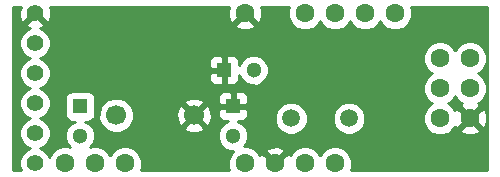
<source format=gbl>
G04 #@! TF.FileFunction,Copper,L2,Bot,Signal*
%FSLAX46Y46*%
G04 Gerber Fmt 4.6, Leading zero omitted, Abs format (unit mm)*
G04 Created by KiCad (PCBNEW 4.0.0-2.201511301921+6191~38~ubuntu15.10.1-stable) date Tue 01 Dec 2015 16:56:00 GMT*
%MOMM*%
G01*
G04 APERTURE LIST*
%ADD10C,0.100000*%
%ADD11C,1.400000*%
%ADD12C,1.501140*%
%ADD13C,1.600000*%
%ADD14C,1.700000*%
%ADD15R,1.300000X1.300000*%
%ADD16C,1.300000*%
%ADD17C,0.254000*%
G04 APERTURE END LIST*
D10*
D11*
X130810000Y-103632000D03*
X130810000Y-106172000D03*
X130810000Y-101092000D03*
X130810000Y-98552000D03*
X130810000Y-108712000D03*
X130810000Y-111252000D03*
D12*
X157380940Y-107442000D03*
X152499060Y-107442000D03*
D13*
X167640000Y-102362000D03*
X167640000Y-104902000D03*
X165100000Y-104902000D03*
X165100000Y-102362000D03*
X167640000Y-107442000D03*
X165100000Y-107442000D03*
D14*
X137668000Y-107188000D03*
X144272000Y-107188000D03*
D15*
X146812000Y-103378000D03*
D16*
X149312000Y-103378000D03*
D15*
X147574000Y-106426000D03*
D16*
X147574000Y-108926000D03*
D15*
X134620000Y-106426000D03*
D16*
X134620000Y-108926000D03*
D13*
X148590000Y-111252000D03*
X151130000Y-111252000D03*
X148590000Y-98552000D03*
X153670000Y-98552000D03*
X133350000Y-111252000D03*
X156210000Y-98552000D03*
X158750000Y-98552000D03*
X161290000Y-98552000D03*
X135890000Y-111252000D03*
X138430000Y-111252000D03*
X153670000Y-111252000D03*
X156210000Y-111252000D03*
D17*
G36*
X129462581Y-98359122D02*
X129491336Y-98889440D01*
X129638958Y-99245831D01*
X129874725Y-99307669D01*
X130630395Y-98552000D01*
X130616252Y-98537858D01*
X130795858Y-98358252D01*
X130810000Y-98372395D01*
X130824142Y-98358252D01*
X131003748Y-98537858D01*
X130989605Y-98552000D01*
X131745275Y-99307669D01*
X131981042Y-99245831D01*
X132157419Y-98744878D01*
X132128664Y-98214560D01*
X132036477Y-97992000D01*
X147266403Y-97992000D01*
X147143035Y-98335223D01*
X147170222Y-98905454D01*
X147336136Y-99306005D01*
X147582255Y-99380139D01*
X148410395Y-98552000D01*
X148396252Y-98537858D01*
X148575858Y-98358253D01*
X148590000Y-98372395D01*
X148604143Y-98358253D01*
X148783748Y-98537858D01*
X148769605Y-98552000D01*
X149597745Y-99380139D01*
X149843864Y-99306005D01*
X150036965Y-98768777D01*
X150009778Y-98198546D01*
X149924224Y-97992000D01*
X152348738Y-97992000D01*
X152235250Y-98265309D01*
X152234752Y-98836187D01*
X152452757Y-99363800D01*
X152856077Y-99767824D01*
X153383309Y-99986750D01*
X153954187Y-99987248D01*
X154481800Y-99769243D01*
X154885824Y-99365923D01*
X154939862Y-99235785D01*
X154992757Y-99363800D01*
X155396077Y-99767824D01*
X155923309Y-99986750D01*
X156494187Y-99987248D01*
X157021800Y-99769243D01*
X157425824Y-99365923D01*
X157479862Y-99235785D01*
X157532757Y-99363800D01*
X157936077Y-99767824D01*
X158463309Y-99986750D01*
X159034187Y-99987248D01*
X159561800Y-99769243D01*
X159965824Y-99365923D01*
X160019862Y-99235785D01*
X160072757Y-99363800D01*
X160476077Y-99767824D01*
X161003309Y-99986750D01*
X161574187Y-99987248D01*
X162101800Y-99769243D01*
X162505824Y-99365923D01*
X162724750Y-98838691D01*
X162725248Y-98267813D01*
X162611285Y-97992000D01*
X169089000Y-97992000D01*
X169089000Y-111812000D01*
X157531262Y-111812000D01*
X157644750Y-111538691D01*
X157645248Y-110967813D01*
X157427243Y-110440200D01*
X157023923Y-110036176D01*
X156496691Y-109817250D01*
X155925813Y-109816752D01*
X155398200Y-110034757D01*
X154994176Y-110438077D01*
X154940138Y-110568215D01*
X154887243Y-110440200D01*
X154483923Y-110036176D01*
X153956691Y-109817250D01*
X153385813Y-109816752D01*
X152858200Y-110034757D01*
X152454176Y-110438077D01*
X152406552Y-110552768D01*
X152383864Y-110497995D01*
X152137745Y-110423861D01*
X151309605Y-111252000D01*
X151323748Y-111266142D01*
X151144143Y-111445748D01*
X151130000Y-111431605D01*
X151115858Y-111445748D01*
X150936252Y-111266142D01*
X150950395Y-111252000D01*
X150122255Y-110423861D01*
X149876136Y-110497995D01*
X149855195Y-110556254D01*
X149807243Y-110440200D01*
X149611640Y-110244255D01*
X150301861Y-110244255D01*
X151130000Y-111072395D01*
X151958139Y-110244255D01*
X151884005Y-109998136D01*
X151346777Y-109805035D01*
X150776546Y-109832222D01*
X150375995Y-109998136D01*
X150301861Y-110244255D01*
X149611640Y-110244255D01*
X149403923Y-110036176D01*
X148876691Y-109817250D01*
X148500375Y-109816922D01*
X148662735Y-109654845D01*
X148858777Y-109182724D01*
X148859223Y-108671519D01*
X148664005Y-108199057D01*
X148302845Y-107837265D01*
X148011765Y-107716398D01*
X151113250Y-107716398D01*
X151323746Y-108225837D01*
X151713173Y-108615944D01*
X152222244Y-108827329D01*
X152773458Y-108827810D01*
X153282897Y-108617314D01*
X153673004Y-108227887D01*
X153884389Y-107718816D01*
X153884391Y-107716398D01*
X155995130Y-107716398D01*
X156205626Y-108225837D01*
X156595053Y-108615944D01*
X157104124Y-108827329D01*
X157655338Y-108827810D01*
X158164777Y-108617314D01*
X158554884Y-108227887D01*
X158766269Y-107718816D01*
X158766750Y-107167602D01*
X158556254Y-106658163D01*
X158166827Y-106268056D01*
X157657756Y-106056671D01*
X157106542Y-106056190D01*
X156597103Y-106266686D01*
X156206996Y-106656113D01*
X155995611Y-107165184D01*
X155995130Y-107716398D01*
X153884391Y-107716398D01*
X153884870Y-107167602D01*
X153674374Y-106658163D01*
X153284947Y-106268056D01*
X152775876Y-106056671D01*
X152224662Y-106056190D01*
X151715223Y-106266686D01*
X151325116Y-106656113D01*
X151113731Y-107165184D01*
X151113250Y-107716398D01*
X148011765Y-107716398D01*
X147998765Y-107711000D01*
X148350310Y-107711000D01*
X148583699Y-107614327D01*
X148762327Y-107435698D01*
X148859000Y-107202309D01*
X148859000Y-106711750D01*
X148700250Y-106553000D01*
X147701000Y-106553000D01*
X147701000Y-106573000D01*
X147447000Y-106573000D01*
X147447000Y-106553000D01*
X146447750Y-106553000D01*
X146289000Y-106711750D01*
X146289000Y-107202309D01*
X146385673Y-107435698D01*
X146564301Y-107614327D01*
X146797690Y-107711000D01*
X147149567Y-107711000D01*
X146847057Y-107835995D01*
X146485265Y-108197155D01*
X146289223Y-108669276D01*
X146288777Y-109180481D01*
X146483995Y-109652943D01*
X146845155Y-110014735D01*
X147317276Y-110210777D01*
X147601624Y-110211025D01*
X147374176Y-110438077D01*
X147155250Y-110965309D01*
X147154752Y-111536187D01*
X147268715Y-111812000D01*
X139751262Y-111812000D01*
X139864750Y-111538691D01*
X139865248Y-110967813D01*
X139647243Y-110440200D01*
X139243923Y-110036176D01*
X138716691Y-109817250D01*
X138145813Y-109816752D01*
X137618200Y-110034757D01*
X137214176Y-110438077D01*
X137160138Y-110568215D01*
X137107243Y-110440200D01*
X136703923Y-110036176D01*
X136176691Y-109817250D01*
X135605813Y-109816752D01*
X135504687Y-109858536D01*
X135708735Y-109654845D01*
X135904777Y-109182724D01*
X135905223Y-108671519D01*
X135710005Y-108199057D01*
X135348845Y-107837265D01*
X135074724Y-107723440D01*
X135270000Y-107723440D01*
X135505317Y-107679162D01*
X135721441Y-107540090D01*
X135761071Y-107482089D01*
X136182743Y-107482089D01*
X136408344Y-108028086D01*
X136825717Y-108446188D01*
X137371319Y-108672742D01*
X137962089Y-108673257D01*
X138508086Y-108447656D01*
X138724160Y-108231958D01*
X143407647Y-108231958D01*
X143487920Y-108483259D01*
X144043279Y-108684718D01*
X144633458Y-108658315D01*
X145056080Y-108483259D01*
X145136353Y-108231958D01*
X144272000Y-107367605D01*
X143407647Y-108231958D01*
X138724160Y-108231958D01*
X138926188Y-108030283D01*
X139152742Y-107484681D01*
X139153200Y-106959279D01*
X142775282Y-106959279D01*
X142801685Y-107549458D01*
X142976741Y-107972080D01*
X143228042Y-108052353D01*
X144092395Y-107188000D01*
X144451605Y-107188000D01*
X145315958Y-108052353D01*
X145567259Y-107972080D01*
X145768718Y-107416721D01*
X145742315Y-106826542D01*
X145567259Y-106403920D01*
X145315958Y-106323647D01*
X144451605Y-107188000D01*
X144092395Y-107188000D01*
X143228042Y-106323647D01*
X142976741Y-106403920D01*
X142775282Y-106959279D01*
X139153200Y-106959279D01*
X139153257Y-106893911D01*
X138927656Y-106347914D01*
X138724140Y-106144042D01*
X143407647Y-106144042D01*
X144272000Y-107008395D01*
X145136353Y-106144042D01*
X145056080Y-105892741D01*
X144500721Y-105691282D01*
X143910542Y-105717685D01*
X143487920Y-105892741D01*
X143407647Y-106144042D01*
X138724140Y-106144042D01*
X138510283Y-105929812D01*
X137964681Y-105703258D01*
X137373911Y-105702743D01*
X136827914Y-105928344D01*
X136409812Y-106345717D01*
X136183258Y-106891319D01*
X136182743Y-107482089D01*
X135761071Y-107482089D01*
X135866431Y-107327890D01*
X135917440Y-107076000D01*
X135917440Y-105776000D01*
X135893674Y-105649691D01*
X146289000Y-105649691D01*
X146289000Y-106140250D01*
X146447750Y-106299000D01*
X147447000Y-106299000D01*
X147447000Y-105299750D01*
X147701000Y-105299750D01*
X147701000Y-106299000D01*
X148700250Y-106299000D01*
X148859000Y-106140250D01*
X148859000Y-105649691D01*
X148762327Y-105416302D01*
X148583699Y-105237673D01*
X148350310Y-105141000D01*
X147859750Y-105141000D01*
X147701000Y-105299750D01*
X147447000Y-105299750D01*
X147288250Y-105141000D01*
X146797690Y-105141000D01*
X146564301Y-105237673D01*
X146385673Y-105416302D01*
X146289000Y-105649691D01*
X135893674Y-105649691D01*
X135873162Y-105540683D01*
X135734090Y-105324559D01*
X135521890Y-105179569D01*
X135270000Y-105128560D01*
X133970000Y-105128560D01*
X133734683Y-105172838D01*
X133518559Y-105311910D01*
X133373569Y-105524110D01*
X133322560Y-105776000D01*
X133322560Y-107076000D01*
X133366838Y-107311317D01*
X133505910Y-107527441D01*
X133718110Y-107672431D01*
X133970000Y-107723440D01*
X134165460Y-107723440D01*
X133893057Y-107835995D01*
X133531265Y-108197155D01*
X133335223Y-108669276D01*
X133334777Y-109180481D01*
X133529995Y-109652943D01*
X133734599Y-109857905D01*
X133636691Y-109817250D01*
X133065813Y-109816752D01*
X132538200Y-110034757D01*
X132134176Y-110438077D01*
X132025904Y-110698824D01*
X131942418Y-110496771D01*
X131567204Y-110120902D01*
X131232473Y-109981909D01*
X131565229Y-109844418D01*
X131941098Y-109469204D01*
X132144768Y-108978713D01*
X132145231Y-108447617D01*
X131942418Y-107956771D01*
X131567204Y-107580902D01*
X131232473Y-107441909D01*
X131565229Y-107304418D01*
X131941098Y-106929204D01*
X132144768Y-106438713D01*
X132145231Y-105907617D01*
X131942418Y-105416771D01*
X131567204Y-105040902D01*
X131232473Y-104901909D01*
X131565229Y-104764418D01*
X131941098Y-104389204D01*
X132144768Y-103898713D01*
X132144972Y-103663750D01*
X145527000Y-103663750D01*
X145527000Y-104154310D01*
X145623673Y-104387699D01*
X145802302Y-104566327D01*
X146035691Y-104663000D01*
X146526250Y-104663000D01*
X146685000Y-104504250D01*
X146685000Y-103505000D01*
X145685750Y-103505000D01*
X145527000Y-103663750D01*
X132144972Y-103663750D01*
X132145231Y-103367617D01*
X131942418Y-102876771D01*
X131667817Y-102601690D01*
X145527000Y-102601690D01*
X145527000Y-103092250D01*
X145685750Y-103251000D01*
X146685000Y-103251000D01*
X146685000Y-102251750D01*
X146939000Y-102251750D01*
X146939000Y-103251000D01*
X146959000Y-103251000D01*
X146959000Y-103505000D01*
X146939000Y-103505000D01*
X146939000Y-104504250D01*
X147097750Y-104663000D01*
X147588309Y-104663000D01*
X147821698Y-104566327D01*
X148000327Y-104387699D01*
X148097000Y-104154310D01*
X148097000Y-103802433D01*
X148221995Y-104104943D01*
X148583155Y-104466735D01*
X149055276Y-104662777D01*
X149566481Y-104663223D01*
X150038943Y-104468005D01*
X150400735Y-104106845D01*
X150596777Y-103634724D01*
X150597223Y-103123519D01*
X150402005Y-102651057D01*
X150397144Y-102646187D01*
X163664752Y-102646187D01*
X163882757Y-103173800D01*
X164286077Y-103577824D01*
X164416215Y-103631862D01*
X164288200Y-103684757D01*
X163884176Y-104088077D01*
X163665250Y-104615309D01*
X163664752Y-105186187D01*
X163882757Y-105713800D01*
X164286077Y-106117824D01*
X164416215Y-106171862D01*
X164288200Y-106224757D01*
X163884176Y-106628077D01*
X163665250Y-107155309D01*
X163664752Y-107726187D01*
X163882757Y-108253800D01*
X164286077Y-108657824D01*
X164813309Y-108876750D01*
X165384187Y-108877248D01*
X165911800Y-108659243D01*
X166121663Y-108449745D01*
X166811861Y-108449745D01*
X166885995Y-108695864D01*
X167423223Y-108888965D01*
X167993454Y-108861778D01*
X168394005Y-108695864D01*
X168468139Y-108449745D01*
X167640000Y-107621605D01*
X166811861Y-108449745D01*
X166121663Y-108449745D01*
X166315824Y-108255923D01*
X166363448Y-108141232D01*
X166386136Y-108196005D01*
X166632255Y-108270139D01*
X167460395Y-107442000D01*
X167819605Y-107442000D01*
X168647745Y-108270139D01*
X168893864Y-108196005D01*
X169086965Y-107658777D01*
X169059778Y-107088546D01*
X168893864Y-106687995D01*
X168647745Y-106613861D01*
X167819605Y-107442000D01*
X167460395Y-107442000D01*
X166632255Y-106613861D01*
X166386136Y-106687995D01*
X166365195Y-106746254D01*
X166317243Y-106630200D01*
X165913923Y-106226176D01*
X165783785Y-106172138D01*
X165911800Y-106119243D01*
X166315824Y-105715923D01*
X166369862Y-105585785D01*
X166422757Y-105713800D01*
X166826077Y-106117824D01*
X166940768Y-106165448D01*
X166885995Y-106188136D01*
X166811861Y-106434255D01*
X167640000Y-107262395D01*
X168468139Y-106434255D01*
X168394005Y-106188136D01*
X168335746Y-106167195D01*
X168451800Y-106119243D01*
X168855824Y-105715923D01*
X169074750Y-105188691D01*
X169075248Y-104617813D01*
X168857243Y-104090200D01*
X168453923Y-103686176D01*
X168323785Y-103632138D01*
X168451800Y-103579243D01*
X168855824Y-103175923D01*
X169074750Y-102648691D01*
X169075248Y-102077813D01*
X168857243Y-101550200D01*
X168453923Y-101146176D01*
X167926691Y-100927250D01*
X167355813Y-100926752D01*
X166828200Y-101144757D01*
X166424176Y-101548077D01*
X166370138Y-101678215D01*
X166317243Y-101550200D01*
X165913923Y-101146176D01*
X165386691Y-100927250D01*
X164815813Y-100926752D01*
X164288200Y-101144757D01*
X163884176Y-101548077D01*
X163665250Y-102075309D01*
X163664752Y-102646187D01*
X150397144Y-102646187D01*
X150040845Y-102289265D01*
X149568724Y-102093223D01*
X149057519Y-102092777D01*
X148585057Y-102287995D01*
X148223265Y-102649155D01*
X148097000Y-102953235D01*
X148097000Y-102601690D01*
X148000327Y-102368301D01*
X147821698Y-102189673D01*
X147588309Y-102093000D01*
X147097750Y-102093000D01*
X146939000Y-102251750D01*
X146685000Y-102251750D01*
X146526250Y-102093000D01*
X146035691Y-102093000D01*
X145802302Y-102189673D01*
X145623673Y-102368301D01*
X145527000Y-102601690D01*
X131667817Y-102601690D01*
X131567204Y-102500902D01*
X131232473Y-102361909D01*
X131565229Y-102224418D01*
X131941098Y-101849204D01*
X132144768Y-101358713D01*
X132145231Y-100827617D01*
X131942418Y-100336771D01*
X131567204Y-99960902D01*
X131248788Y-99828684D01*
X131503831Y-99723042D01*
X131546661Y-99559745D01*
X147761861Y-99559745D01*
X147835995Y-99805864D01*
X148373223Y-99998965D01*
X148943454Y-99971778D01*
X149344005Y-99805864D01*
X149418139Y-99559745D01*
X148590000Y-98731605D01*
X147761861Y-99559745D01*
X131546661Y-99559745D01*
X131565669Y-99487275D01*
X130810000Y-98731605D01*
X130054331Y-99487275D01*
X130116169Y-99723042D01*
X130392111Y-99820196D01*
X130054771Y-99959582D01*
X129678902Y-100334796D01*
X129475232Y-100825287D01*
X129474769Y-101356383D01*
X129677582Y-101847229D01*
X130052796Y-102223098D01*
X130387527Y-102362091D01*
X130054771Y-102499582D01*
X129678902Y-102874796D01*
X129475232Y-103365287D01*
X129474769Y-103896383D01*
X129677582Y-104387229D01*
X130052796Y-104763098D01*
X130387527Y-104902091D01*
X130054771Y-105039582D01*
X129678902Y-105414796D01*
X129475232Y-105905287D01*
X129474769Y-106436383D01*
X129677582Y-106927229D01*
X130052796Y-107303098D01*
X130387527Y-107442091D01*
X130054771Y-107579582D01*
X129678902Y-107954796D01*
X129475232Y-108445287D01*
X129474769Y-108976383D01*
X129677582Y-109467229D01*
X130052796Y-109843098D01*
X130387527Y-109982091D01*
X130054771Y-110119582D01*
X129678902Y-110494796D01*
X129475232Y-110985287D01*
X129474769Y-111516383D01*
X129596915Y-111812000D01*
X128980000Y-111812000D01*
X128980000Y-97992000D01*
X129591838Y-97992000D01*
X129462581Y-98359122D01*
X129462581Y-98359122D01*
G37*
X129462581Y-98359122D02*
X129491336Y-98889440D01*
X129638958Y-99245831D01*
X129874725Y-99307669D01*
X130630395Y-98552000D01*
X130616252Y-98537858D01*
X130795858Y-98358252D01*
X130810000Y-98372395D01*
X130824142Y-98358252D01*
X131003748Y-98537858D01*
X130989605Y-98552000D01*
X131745275Y-99307669D01*
X131981042Y-99245831D01*
X132157419Y-98744878D01*
X132128664Y-98214560D01*
X132036477Y-97992000D01*
X147266403Y-97992000D01*
X147143035Y-98335223D01*
X147170222Y-98905454D01*
X147336136Y-99306005D01*
X147582255Y-99380139D01*
X148410395Y-98552000D01*
X148396252Y-98537858D01*
X148575858Y-98358253D01*
X148590000Y-98372395D01*
X148604143Y-98358253D01*
X148783748Y-98537858D01*
X148769605Y-98552000D01*
X149597745Y-99380139D01*
X149843864Y-99306005D01*
X150036965Y-98768777D01*
X150009778Y-98198546D01*
X149924224Y-97992000D01*
X152348738Y-97992000D01*
X152235250Y-98265309D01*
X152234752Y-98836187D01*
X152452757Y-99363800D01*
X152856077Y-99767824D01*
X153383309Y-99986750D01*
X153954187Y-99987248D01*
X154481800Y-99769243D01*
X154885824Y-99365923D01*
X154939862Y-99235785D01*
X154992757Y-99363800D01*
X155396077Y-99767824D01*
X155923309Y-99986750D01*
X156494187Y-99987248D01*
X157021800Y-99769243D01*
X157425824Y-99365923D01*
X157479862Y-99235785D01*
X157532757Y-99363800D01*
X157936077Y-99767824D01*
X158463309Y-99986750D01*
X159034187Y-99987248D01*
X159561800Y-99769243D01*
X159965824Y-99365923D01*
X160019862Y-99235785D01*
X160072757Y-99363800D01*
X160476077Y-99767824D01*
X161003309Y-99986750D01*
X161574187Y-99987248D01*
X162101800Y-99769243D01*
X162505824Y-99365923D01*
X162724750Y-98838691D01*
X162725248Y-98267813D01*
X162611285Y-97992000D01*
X169089000Y-97992000D01*
X169089000Y-111812000D01*
X157531262Y-111812000D01*
X157644750Y-111538691D01*
X157645248Y-110967813D01*
X157427243Y-110440200D01*
X157023923Y-110036176D01*
X156496691Y-109817250D01*
X155925813Y-109816752D01*
X155398200Y-110034757D01*
X154994176Y-110438077D01*
X154940138Y-110568215D01*
X154887243Y-110440200D01*
X154483923Y-110036176D01*
X153956691Y-109817250D01*
X153385813Y-109816752D01*
X152858200Y-110034757D01*
X152454176Y-110438077D01*
X152406552Y-110552768D01*
X152383864Y-110497995D01*
X152137745Y-110423861D01*
X151309605Y-111252000D01*
X151323748Y-111266142D01*
X151144143Y-111445748D01*
X151130000Y-111431605D01*
X151115858Y-111445748D01*
X150936252Y-111266142D01*
X150950395Y-111252000D01*
X150122255Y-110423861D01*
X149876136Y-110497995D01*
X149855195Y-110556254D01*
X149807243Y-110440200D01*
X149611640Y-110244255D01*
X150301861Y-110244255D01*
X151130000Y-111072395D01*
X151958139Y-110244255D01*
X151884005Y-109998136D01*
X151346777Y-109805035D01*
X150776546Y-109832222D01*
X150375995Y-109998136D01*
X150301861Y-110244255D01*
X149611640Y-110244255D01*
X149403923Y-110036176D01*
X148876691Y-109817250D01*
X148500375Y-109816922D01*
X148662735Y-109654845D01*
X148858777Y-109182724D01*
X148859223Y-108671519D01*
X148664005Y-108199057D01*
X148302845Y-107837265D01*
X148011765Y-107716398D01*
X151113250Y-107716398D01*
X151323746Y-108225837D01*
X151713173Y-108615944D01*
X152222244Y-108827329D01*
X152773458Y-108827810D01*
X153282897Y-108617314D01*
X153673004Y-108227887D01*
X153884389Y-107718816D01*
X153884391Y-107716398D01*
X155995130Y-107716398D01*
X156205626Y-108225837D01*
X156595053Y-108615944D01*
X157104124Y-108827329D01*
X157655338Y-108827810D01*
X158164777Y-108617314D01*
X158554884Y-108227887D01*
X158766269Y-107718816D01*
X158766750Y-107167602D01*
X158556254Y-106658163D01*
X158166827Y-106268056D01*
X157657756Y-106056671D01*
X157106542Y-106056190D01*
X156597103Y-106266686D01*
X156206996Y-106656113D01*
X155995611Y-107165184D01*
X155995130Y-107716398D01*
X153884391Y-107716398D01*
X153884870Y-107167602D01*
X153674374Y-106658163D01*
X153284947Y-106268056D01*
X152775876Y-106056671D01*
X152224662Y-106056190D01*
X151715223Y-106266686D01*
X151325116Y-106656113D01*
X151113731Y-107165184D01*
X151113250Y-107716398D01*
X148011765Y-107716398D01*
X147998765Y-107711000D01*
X148350310Y-107711000D01*
X148583699Y-107614327D01*
X148762327Y-107435698D01*
X148859000Y-107202309D01*
X148859000Y-106711750D01*
X148700250Y-106553000D01*
X147701000Y-106553000D01*
X147701000Y-106573000D01*
X147447000Y-106573000D01*
X147447000Y-106553000D01*
X146447750Y-106553000D01*
X146289000Y-106711750D01*
X146289000Y-107202309D01*
X146385673Y-107435698D01*
X146564301Y-107614327D01*
X146797690Y-107711000D01*
X147149567Y-107711000D01*
X146847057Y-107835995D01*
X146485265Y-108197155D01*
X146289223Y-108669276D01*
X146288777Y-109180481D01*
X146483995Y-109652943D01*
X146845155Y-110014735D01*
X147317276Y-110210777D01*
X147601624Y-110211025D01*
X147374176Y-110438077D01*
X147155250Y-110965309D01*
X147154752Y-111536187D01*
X147268715Y-111812000D01*
X139751262Y-111812000D01*
X139864750Y-111538691D01*
X139865248Y-110967813D01*
X139647243Y-110440200D01*
X139243923Y-110036176D01*
X138716691Y-109817250D01*
X138145813Y-109816752D01*
X137618200Y-110034757D01*
X137214176Y-110438077D01*
X137160138Y-110568215D01*
X137107243Y-110440200D01*
X136703923Y-110036176D01*
X136176691Y-109817250D01*
X135605813Y-109816752D01*
X135504687Y-109858536D01*
X135708735Y-109654845D01*
X135904777Y-109182724D01*
X135905223Y-108671519D01*
X135710005Y-108199057D01*
X135348845Y-107837265D01*
X135074724Y-107723440D01*
X135270000Y-107723440D01*
X135505317Y-107679162D01*
X135721441Y-107540090D01*
X135761071Y-107482089D01*
X136182743Y-107482089D01*
X136408344Y-108028086D01*
X136825717Y-108446188D01*
X137371319Y-108672742D01*
X137962089Y-108673257D01*
X138508086Y-108447656D01*
X138724160Y-108231958D01*
X143407647Y-108231958D01*
X143487920Y-108483259D01*
X144043279Y-108684718D01*
X144633458Y-108658315D01*
X145056080Y-108483259D01*
X145136353Y-108231958D01*
X144272000Y-107367605D01*
X143407647Y-108231958D01*
X138724160Y-108231958D01*
X138926188Y-108030283D01*
X139152742Y-107484681D01*
X139153200Y-106959279D01*
X142775282Y-106959279D01*
X142801685Y-107549458D01*
X142976741Y-107972080D01*
X143228042Y-108052353D01*
X144092395Y-107188000D01*
X144451605Y-107188000D01*
X145315958Y-108052353D01*
X145567259Y-107972080D01*
X145768718Y-107416721D01*
X145742315Y-106826542D01*
X145567259Y-106403920D01*
X145315958Y-106323647D01*
X144451605Y-107188000D01*
X144092395Y-107188000D01*
X143228042Y-106323647D01*
X142976741Y-106403920D01*
X142775282Y-106959279D01*
X139153200Y-106959279D01*
X139153257Y-106893911D01*
X138927656Y-106347914D01*
X138724140Y-106144042D01*
X143407647Y-106144042D01*
X144272000Y-107008395D01*
X145136353Y-106144042D01*
X145056080Y-105892741D01*
X144500721Y-105691282D01*
X143910542Y-105717685D01*
X143487920Y-105892741D01*
X143407647Y-106144042D01*
X138724140Y-106144042D01*
X138510283Y-105929812D01*
X137964681Y-105703258D01*
X137373911Y-105702743D01*
X136827914Y-105928344D01*
X136409812Y-106345717D01*
X136183258Y-106891319D01*
X136182743Y-107482089D01*
X135761071Y-107482089D01*
X135866431Y-107327890D01*
X135917440Y-107076000D01*
X135917440Y-105776000D01*
X135893674Y-105649691D01*
X146289000Y-105649691D01*
X146289000Y-106140250D01*
X146447750Y-106299000D01*
X147447000Y-106299000D01*
X147447000Y-105299750D01*
X147701000Y-105299750D01*
X147701000Y-106299000D01*
X148700250Y-106299000D01*
X148859000Y-106140250D01*
X148859000Y-105649691D01*
X148762327Y-105416302D01*
X148583699Y-105237673D01*
X148350310Y-105141000D01*
X147859750Y-105141000D01*
X147701000Y-105299750D01*
X147447000Y-105299750D01*
X147288250Y-105141000D01*
X146797690Y-105141000D01*
X146564301Y-105237673D01*
X146385673Y-105416302D01*
X146289000Y-105649691D01*
X135893674Y-105649691D01*
X135873162Y-105540683D01*
X135734090Y-105324559D01*
X135521890Y-105179569D01*
X135270000Y-105128560D01*
X133970000Y-105128560D01*
X133734683Y-105172838D01*
X133518559Y-105311910D01*
X133373569Y-105524110D01*
X133322560Y-105776000D01*
X133322560Y-107076000D01*
X133366838Y-107311317D01*
X133505910Y-107527441D01*
X133718110Y-107672431D01*
X133970000Y-107723440D01*
X134165460Y-107723440D01*
X133893057Y-107835995D01*
X133531265Y-108197155D01*
X133335223Y-108669276D01*
X133334777Y-109180481D01*
X133529995Y-109652943D01*
X133734599Y-109857905D01*
X133636691Y-109817250D01*
X133065813Y-109816752D01*
X132538200Y-110034757D01*
X132134176Y-110438077D01*
X132025904Y-110698824D01*
X131942418Y-110496771D01*
X131567204Y-110120902D01*
X131232473Y-109981909D01*
X131565229Y-109844418D01*
X131941098Y-109469204D01*
X132144768Y-108978713D01*
X132145231Y-108447617D01*
X131942418Y-107956771D01*
X131567204Y-107580902D01*
X131232473Y-107441909D01*
X131565229Y-107304418D01*
X131941098Y-106929204D01*
X132144768Y-106438713D01*
X132145231Y-105907617D01*
X131942418Y-105416771D01*
X131567204Y-105040902D01*
X131232473Y-104901909D01*
X131565229Y-104764418D01*
X131941098Y-104389204D01*
X132144768Y-103898713D01*
X132144972Y-103663750D01*
X145527000Y-103663750D01*
X145527000Y-104154310D01*
X145623673Y-104387699D01*
X145802302Y-104566327D01*
X146035691Y-104663000D01*
X146526250Y-104663000D01*
X146685000Y-104504250D01*
X146685000Y-103505000D01*
X145685750Y-103505000D01*
X145527000Y-103663750D01*
X132144972Y-103663750D01*
X132145231Y-103367617D01*
X131942418Y-102876771D01*
X131667817Y-102601690D01*
X145527000Y-102601690D01*
X145527000Y-103092250D01*
X145685750Y-103251000D01*
X146685000Y-103251000D01*
X146685000Y-102251750D01*
X146939000Y-102251750D01*
X146939000Y-103251000D01*
X146959000Y-103251000D01*
X146959000Y-103505000D01*
X146939000Y-103505000D01*
X146939000Y-104504250D01*
X147097750Y-104663000D01*
X147588309Y-104663000D01*
X147821698Y-104566327D01*
X148000327Y-104387699D01*
X148097000Y-104154310D01*
X148097000Y-103802433D01*
X148221995Y-104104943D01*
X148583155Y-104466735D01*
X149055276Y-104662777D01*
X149566481Y-104663223D01*
X150038943Y-104468005D01*
X150400735Y-104106845D01*
X150596777Y-103634724D01*
X150597223Y-103123519D01*
X150402005Y-102651057D01*
X150397144Y-102646187D01*
X163664752Y-102646187D01*
X163882757Y-103173800D01*
X164286077Y-103577824D01*
X164416215Y-103631862D01*
X164288200Y-103684757D01*
X163884176Y-104088077D01*
X163665250Y-104615309D01*
X163664752Y-105186187D01*
X163882757Y-105713800D01*
X164286077Y-106117824D01*
X164416215Y-106171862D01*
X164288200Y-106224757D01*
X163884176Y-106628077D01*
X163665250Y-107155309D01*
X163664752Y-107726187D01*
X163882757Y-108253800D01*
X164286077Y-108657824D01*
X164813309Y-108876750D01*
X165384187Y-108877248D01*
X165911800Y-108659243D01*
X166121663Y-108449745D01*
X166811861Y-108449745D01*
X166885995Y-108695864D01*
X167423223Y-108888965D01*
X167993454Y-108861778D01*
X168394005Y-108695864D01*
X168468139Y-108449745D01*
X167640000Y-107621605D01*
X166811861Y-108449745D01*
X166121663Y-108449745D01*
X166315824Y-108255923D01*
X166363448Y-108141232D01*
X166386136Y-108196005D01*
X166632255Y-108270139D01*
X167460395Y-107442000D01*
X167819605Y-107442000D01*
X168647745Y-108270139D01*
X168893864Y-108196005D01*
X169086965Y-107658777D01*
X169059778Y-107088546D01*
X168893864Y-106687995D01*
X168647745Y-106613861D01*
X167819605Y-107442000D01*
X167460395Y-107442000D01*
X166632255Y-106613861D01*
X166386136Y-106687995D01*
X166365195Y-106746254D01*
X166317243Y-106630200D01*
X165913923Y-106226176D01*
X165783785Y-106172138D01*
X165911800Y-106119243D01*
X166315824Y-105715923D01*
X166369862Y-105585785D01*
X166422757Y-105713800D01*
X166826077Y-106117824D01*
X166940768Y-106165448D01*
X166885995Y-106188136D01*
X166811861Y-106434255D01*
X167640000Y-107262395D01*
X168468139Y-106434255D01*
X168394005Y-106188136D01*
X168335746Y-106167195D01*
X168451800Y-106119243D01*
X168855824Y-105715923D01*
X169074750Y-105188691D01*
X169075248Y-104617813D01*
X168857243Y-104090200D01*
X168453923Y-103686176D01*
X168323785Y-103632138D01*
X168451800Y-103579243D01*
X168855824Y-103175923D01*
X169074750Y-102648691D01*
X169075248Y-102077813D01*
X168857243Y-101550200D01*
X168453923Y-101146176D01*
X167926691Y-100927250D01*
X167355813Y-100926752D01*
X166828200Y-101144757D01*
X166424176Y-101548077D01*
X166370138Y-101678215D01*
X166317243Y-101550200D01*
X165913923Y-101146176D01*
X165386691Y-100927250D01*
X164815813Y-100926752D01*
X164288200Y-101144757D01*
X163884176Y-101548077D01*
X163665250Y-102075309D01*
X163664752Y-102646187D01*
X150397144Y-102646187D01*
X150040845Y-102289265D01*
X149568724Y-102093223D01*
X149057519Y-102092777D01*
X148585057Y-102287995D01*
X148223265Y-102649155D01*
X148097000Y-102953235D01*
X148097000Y-102601690D01*
X148000327Y-102368301D01*
X147821698Y-102189673D01*
X147588309Y-102093000D01*
X147097750Y-102093000D01*
X146939000Y-102251750D01*
X146685000Y-102251750D01*
X146526250Y-102093000D01*
X146035691Y-102093000D01*
X145802302Y-102189673D01*
X145623673Y-102368301D01*
X145527000Y-102601690D01*
X131667817Y-102601690D01*
X131567204Y-102500902D01*
X131232473Y-102361909D01*
X131565229Y-102224418D01*
X131941098Y-101849204D01*
X132144768Y-101358713D01*
X132145231Y-100827617D01*
X131942418Y-100336771D01*
X131567204Y-99960902D01*
X131248788Y-99828684D01*
X131503831Y-99723042D01*
X131546661Y-99559745D01*
X147761861Y-99559745D01*
X147835995Y-99805864D01*
X148373223Y-99998965D01*
X148943454Y-99971778D01*
X149344005Y-99805864D01*
X149418139Y-99559745D01*
X148590000Y-98731605D01*
X147761861Y-99559745D01*
X131546661Y-99559745D01*
X131565669Y-99487275D01*
X130810000Y-98731605D01*
X130054331Y-99487275D01*
X130116169Y-99723042D01*
X130392111Y-99820196D01*
X130054771Y-99959582D01*
X129678902Y-100334796D01*
X129475232Y-100825287D01*
X129474769Y-101356383D01*
X129677582Y-101847229D01*
X130052796Y-102223098D01*
X130387527Y-102362091D01*
X130054771Y-102499582D01*
X129678902Y-102874796D01*
X129475232Y-103365287D01*
X129474769Y-103896383D01*
X129677582Y-104387229D01*
X130052796Y-104763098D01*
X130387527Y-104902091D01*
X130054771Y-105039582D01*
X129678902Y-105414796D01*
X129475232Y-105905287D01*
X129474769Y-106436383D01*
X129677582Y-106927229D01*
X130052796Y-107303098D01*
X130387527Y-107442091D01*
X130054771Y-107579582D01*
X129678902Y-107954796D01*
X129475232Y-108445287D01*
X129474769Y-108976383D01*
X129677582Y-109467229D01*
X130052796Y-109843098D01*
X130387527Y-109982091D01*
X130054771Y-110119582D01*
X129678902Y-110494796D01*
X129475232Y-110985287D01*
X129474769Y-111516383D01*
X129596915Y-111812000D01*
X128980000Y-111812000D01*
X128980000Y-97992000D01*
X129591838Y-97992000D01*
X129462581Y-98359122D01*
M02*

</source>
